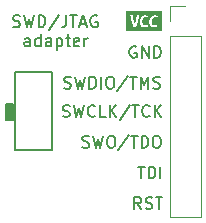
<source format=gbr>
%TF.GenerationSoftware,KiCad,Pcbnew,6.0.7-f9a2dced07~116~ubuntu22.04.1*%
%TF.CreationDate,2022-08-24T23:03:50+02:00*%
%TF.ProjectId,cortex_debug_adapter,636f7274-6578-45f6-9465-6275675f6164,rev?*%
%TF.SameCoordinates,Original*%
%TF.FileFunction,Legend,Top*%
%TF.FilePolarity,Positive*%
%FSLAX46Y46*%
G04 Gerber Fmt 4.6, Leading zero omitted, Abs format (unit mm)*
G04 Created by KiCad (PCBNEW 6.0.7-f9a2dced07~116~ubuntu22.04.1) date 2022-08-24 23:03:50*
%MOMM*%
%LPD*%
G01*
G04 APERTURE LIST*
%ADD10C,0.150000*%
%ADD11C,0.153000*%
%ADD12C,0.120000*%
%ADD13R,1.700000X1.700000*%
%ADD14O,1.700000X1.700000*%
%ADD15R,1.000000X1.000000*%
%ADD16O,1.000000X1.000000*%
G04 APERTURE END LIST*
D10*
X146350000Y-97287500D02*
X149525000Y-97287500D01*
X149525000Y-97287500D02*
X149525000Y-103812500D01*
X149525000Y-103812500D02*
X146350000Y-103812500D01*
X146350000Y-103812500D02*
X146350000Y-97287500D01*
X145600000Y-101300000D02*
X146225000Y-101300000D01*
X146225000Y-101300000D02*
X146225000Y-99925000D01*
X146225000Y-99925000D02*
X145600000Y-99925000D01*
X145600000Y-99925000D02*
X145600000Y-101300000D01*
G36*
X145600000Y-101300000D02*
G01*
X146225000Y-101300000D01*
X146225000Y-99925000D01*
X145600000Y-99925000D01*
X145600000Y-101300000D01*
G37*
D11*
X157052380Y-108852380D02*
X156719047Y-108376190D01*
X156480952Y-108852380D02*
X156480952Y-107852380D01*
X156861904Y-107852380D01*
X156957142Y-107900000D01*
X157004761Y-107947619D01*
X157052380Y-108042857D01*
X157052380Y-108185714D01*
X157004761Y-108280952D01*
X156957142Y-108328571D01*
X156861904Y-108376190D01*
X156480952Y-108376190D01*
X157433333Y-108804761D02*
X157576190Y-108852380D01*
X157814285Y-108852380D01*
X157909523Y-108804761D01*
X157957142Y-108757142D01*
X158004761Y-108661904D01*
X158004761Y-108566666D01*
X157957142Y-108471428D01*
X157909523Y-108423809D01*
X157814285Y-108376190D01*
X157623809Y-108328571D01*
X157528571Y-108280952D01*
X157480952Y-108233333D01*
X157433333Y-108138095D01*
X157433333Y-108042857D01*
X157480952Y-107947619D01*
X157528571Y-107900000D01*
X157623809Y-107852380D01*
X157861904Y-107852380D01*
X158004761Y-107900000D01*
X158290476Y-107852380D02*
X158861904Y-107852380D01*
X158576190Y-108852380D02*
X158576190Y-107852380D01*
X150433333Y-101004761D02*
X150576190Y-101052380D01*
X150814285Y-101052380D01*
X150909523Y-101004761D01*
X150957142Y-100957142D01*
X151004761Y-100861904D01*
X151004761Y-100766666D01*
X150957142Y-100671428D01*
X150909523Y-100623809D01*
X150814285Y-100576190D01*
X150623809Y-100528571D01*
X150528571Y-100480952D01*
X150480952Y-100433333D01*
X150433333Y-100338095D01*
X150433333Y-100242857D01*
X150480952Y-100147619D01*
X150528571Y-100100000D01*
X150623809Y-100052380D01*
X150861904Y-100052380D01*
X151004761Y-100100000D01*
X151338095Y-100052380D02*
X151576190Y-101052380D01*
X151766666Y-100338095D01*
X151957142Y-101052380D01*
X152195238Y-100052380D01*
X153147619Y-100957142D02*
X153100000Y-101004761D01*
X152957142Y-101052380D01*
X152861904Y-101052380D01*
X152719047Y-101004761D01*
X152623809Y-100909523D01*
X152576190Y-100814285D01*
X152528571Y-100623809D01*
X152528571Y-100480952D01*
X152576190Y-100290476D01*
X152623809Y-100195238D01*
X152719047Y-100100000D01*
X152861904Y-100052380D01*
X152957142Y-100052380D01*
X153100000Y-100100000D01*
X153147619Y-100147619D01*
X154052380Y-101052380D02*
X153576190Y-101052380D01*
X153576190Y-100052380D01*
X154385714Y-101052380D02*
X154385714Y-100052380D01*
X154957142Y-101052380D02*
X154528571Y-100480952D01*
X154957142Y-100052380D02*
X154385714Y-100623809D01*
X156100000Y-100004761D02*
X155242857Y-101290476D01*
X156290476Y-100052380D02*
X156861904Y-100052380D01*
X156576190Y-101052380D02*
X156576190Y-100052380D01*
X157766666Y-100957142D02*
X157719047Y-101004761D01*
X157576190Y-101052380D01*
X157480952Y-101052380D01*
X157338095Y-101004761D01*
X157242857Y-100909523D01*
X157195238Y-100814285D01*
X157147619Y-100623809D01*
X157147619Y-100480952D01*
X157195238Y-100290476D01*
X157242857Y-100195238D01*
X157338095Y-100100000D01*
X157480952Y-100052380D01*
X157576190Y-100052380D01*
X157719047Y-100100000D01*
X157766666Y-100147619D01*
X158195238Y-101052380D02*
X158195238Y-100052380D01*
X158766666Y-101052380D02*
X158338095Y-100480952D01*
X158766666Y-100052380D02*
X158195238Y-100623809D01*
X150528571Y-98604761D02*
X150671428Y-98652380D01*
X150909523Y-98652380D01*
X151004761Y-98604761D01*
X151052380Y-98557142D01*
X151100000Y-98461904D01*
X151100000Y-98366666D01*
X151052380Y-98271428D01*
X151004761Y-98223809D01*
X150909523Y-98176190D01*
X150719047Y-98128571D01*
X150623809Y-98080952D01*
X150576190Y-98033333D01*
X150528571Y-97938095D01*
X150528571Y-97842857D01*
X150576190Y-97747619D01*
X150623809Y-97700000D01*
X150719047Y-97652380D01*
X150957142Y-97652380D01*
X151100000Y-97700000D01*
X151433333Y-97652380D02*
X151671428Y-98652380D01*
X151861904Y-97938095D01*
X152052380Y-98652380D01*
X152290476Y-97652380D01*
X152671428Y-98652380D02*
X152671428Y-97652380D01*
X152909523Y-97652380D01*
X153052380Y-97700000D01*
X153147619Y-97795238D01*
X153195238Y-97890476D01*
X153242857Y-98080952D01*
X153242857Y-98223809D01*
X153195238Y-98414285D01*
X153147619Y-98509523D01*
X153052380Y-98604761D01*
X152909523Y-98652380D01*
X152671428Y-98652380D01*
X153671428Y-98652380D02*
X153671428Y-97652380D01*
X154338095Y-97652380D02*
X154528571Y-97652380D01*
X154623809Y-97700000D01*
X154719047Y-97795238D01*
X154766666Y-97985714D01*
X154766666Y-98319047D01*
X154719047Y-98509523D01*
X154623809Y-98604761D01*
X154528571Y-98652380D01*
X154338095Y-98652380D01*
X154242857Y-98604761D01*
X154147619Y-98509523D01*
X154100000Y-98319047D01*
X154100000Y-97985714D01*
X154147619Y-97795238D01*
X154242857Y-97700000D01*
X154338095Y-97652380D01*
X155909523Y-97604761D02*
X155052380Y-98890476D01*
X156100000Y-97652380D02*
X156671428Y-97652380D01*
X156385714Y-98652380D02*
X156385714Y-97652380D01*
X157004761Y-98652380D02*
X157004761Y-97652380D01*
X157338095Y-98366666D01*
X157671428Y-97652380D01*
X157671428Y-98652380D01*
X158100000Y-98604761D02*
X158242857Y-98652380D01*
X158480952Y-98652380D01*
X158576190Y-98604761D01*
X158623809Y-98557142D01*
X158671428Y-98461904D01*
X158671428Y-98366666D01*
X158623809Y-98271428D01*
X158576190Y-98223809D01*
X158480952Y-98176190D01*
X158290476Y-98128571D01*
X158195238Y-98080952D01*
X158147619Y-98033333D01*
X158100000Y-97938095D01*
X158100000Y-97842857D01*
X158147619Y-97747619D01*
X158195238Y-97700000D01*
X158290476Y-97652380D01*
X158528571Y-97652380D01*
X158671428Y-97700000D01*
D10*
X146228571Y-93399761D02*
X146371428Y-93447380D01*
X146609523Y-93447380D01*
X146704761Y-93399761D01*
X146752380Y-93352142D01*
X146800000Y-93256904D01*
X146800000Y-93161666D01*
X146752380Y-93066428D01*
X146704761Y-93018809D01*
X146609523Y-92971190D01*
X146419047Y-92923571D01*
X146323809Y-92875952D01*
X146276190Y-92828333D01*
X146228571Y-92733095D01*
X146228571Y-92637857D01*
X146276190Y-92542619D01*
X146323809Y-92495000D01*
X146419047Y-92447380D01*
X146657142Y-92447380D01*
X146800000Y-92495000D01*
X147133333Y-92447380D02*
X147371428Y-93447380D01*
X147561904Y-92733095D01*
X147752380Y-93447380D01*
X147990476Y-92447380D01*
X148371428Y-93447380D02*
X148371428Y-92447380D01*
X148609523Y-92447380D01*
X148752380Y-92495000D01*
X148847619Y-92590238D01*
X148895238Y-92685476D01*
X148942857Y-92875952D01*
X148942857Y-93018809D01*
X148895238Y-93209285D01*
X148847619Y-93304523D01*
X148752380Y-93399761D01*
X148609523Y-93447380D01*
X148371428Y-93447380D01*
X150085714Y-92399761D02*
X149228571Y-93685476D01*
X150704761Y-92447380D02*
X150704761Y-93161666D01*
X150657142Y-93304523D01*
X150561904Y-93399761D01*
X150419047Y-93447380D01*
X150323809Y-93447380D01*
X151038095Y-92447380D02*
X151609523Y-92447380D01*
X151323809Y-93447380D02*
X151323809Y-92447380D01*
X151895238Y-93161666D02*
X152371428Y-93161666D01*
X151800000Y-93447380D02*
X152133333Y-92447380D01*
X152466666Y-93447380D01*
X153323809Y-92495000D02*
X153228571Y-92447380D01*
X153085714Y-92447380D01*
X152942857Y-92495000D01*
X152847619Y-92590238D01*
X152800000Y-92685476D01*
X152752380Y-92875952D01*
X152752380Y-93018809D01*
X152800000Y-93209285D01*
X152847619Y-93304523D01*
X152942857Y-93399761D01*
X153085714Y-93447380D01*
X153180952Y-93447380D01*
X153323809Y-93399761D01*
X153371428Y-93352142D01*
X153371428Y-93018809D01*
X153180952Y-93018809D01*
X147633333Y-95057380D02*
X147633333Y-94533571D01*
X147585714Y-94438333D01*
X147490476Y-94390714D01*
X147300000Y-94390714D01*
X147204761Y-94438333D01*
X147633333Y-95009761D02*
X147538095Y-95057380D01*
X147300000Y-95057380D01*
X147204761Y-95009761D01*
X147157142Y-94914523D01*
X147157142Y-94819285D01*
X147204761Y-94724047D01*
X147300000Y-94676428D01*
X147538095Y-94676428D01*
X147633333Y-94628809D01*
X148538095Y-95057380D02*
X148538095Y-94057380D01*
X148538095Y-95009761D02*
X148442857Y-95057380D01*
X148252380Y-95057380D01*
X148157142Y-95009761D01*
X148109523Y-94962142D01*
X148061904Y-94866904D01*
X148061904Y-94581190D01*
X148109523Y-94485952D01*
X148157142Y-94438333D01*
X148252380Y-94390714D01*
X148442857Y-94390714D01*
X148538095Y-94438333D01*
X149442857Y-95057380D02*
X149442857Y-94533571D01*
X149395238Y-94438333D01*
X149300000Y-94390714D01*
X149109523Y-94390714D01*
X149014285Y-94438333D01*
X149442857Y-95009761D02*
X149347619Y-95057380D01*
X149109523Y-95057380D01*
X149014285Y-95009761D01*
X148966666Y-94914523D01*
X148966666Y-94819285D01*
X149014285Y-94724047D01*
X149109523Y-94676428D01*
X149347619Y-94676428D01*
X149442857Y-94628809D01*
X149919047Y-94390714D02*
X149919047Y-95390714D01*
X149919047Y-94438333D02*
X150014285Y-94390714D01*
X150204761Y-94390714D01*
X150300000Y-94438333D01*
X150347619Y-94485952D01*
X150395238Y-94581190D01*
X150395238Y-94866904D01*
X150347619Y-94962142D01*
X150300000Y-95009761D01*
X150204761Y-95057380D01*
X150014285Y-95057380D01*
X149919047Y-95009761D01*
X150680952Y-94390714D02*
X151061904Y-94390714D01*
X150823809Y-94057380D02*
X150823809Y-94914523D01*
X150871428Y-95009761D01*
X150966666Y-95057380D01*
X151061904Y-95057380D01*
X151776190Y-95009761D02*
X151680952Y-95057380D01*
X151490476Y-95057380D01*
X151395238Y-95009761D01*
X151347619Y-94914523D01*
X151347619Y-94533571D01*
X151395238Y-94438333D01*
X151490476Y-94390714D01*
X151680952Y-94390714D01*
X151776190Y-94438333D01*
X151823809Y-94533571D01*
X151823809Y-94628809D01*
X151347619Y-94724047D01*
X152252380Y-95057380D02*
X152252380Y-94390714D01*
X152252380Y-94581190D02*
X152300000Y-94485952D01*
X152347619Y-94438333D01*
X152442857Y-94390714D01*
X152538095Y-94390714D01*
D11*
X156776190Y-105252380D02*
X157347619Y-105252380D01*
X157061904Y-106252380D02*
X157061904Y-105252380D01*
X157680952Y-106252380D02*
X157680952Y-105252380D01*
X157919047Y-105252380D01*
X158061904Y-105300000D01*
X158157142Y-105395238D01*
X158204761Y-105490476D01*
X158252380Y-105680952D01*
X158252380Y-105823809D01*
X158204761Y-106014285D01*
X158157142Y-106109523D01*
X158061904Y-106204761D01*
X157919047Y-106252380D01*
X157680952Y-106252380D01*
X158680952Y-106252380D02*
X158680952Y-105252380D01*
X156638095Y-95100000D02*
X156542857Y-95052380D01*
X156400000Y-95052380D01*
X156257142Y-95100000D01*
X156161904Y-95195238D01*
X156114285Y-95290476D01*
X156066666Y-95480952D01*
X156066666Y-95623809D01*
X156114285Y-95814285D01*
X156161904Y-95909523D01*
X156257142Y-96004761D01*
X156400000Y-96052380D01*
X156495238Y-96052380D01*
X156638095Y-96004761D01*
X156685714Y-95957142D01*
X156685714Y-95623809D01*
X156495238Y-95623809D01*
X157114285Y-96052380D02*
X157114285Y-95052380D01*
X157685714Y-96052380D01*
X157685714Y-95052380D01*
X158161904Y-96052380D02*
X158161904Y-95052380D01*
X158400000Y-95052380D01*
X158542857Y-95100000D01*
X158638095Y-95195238D01*
X158685714Y-95290476D01*
X158733333Y-95480952D01*
X158733333Y-95623809D01*
X158685714Y-95814285D01*
X158638095Y-95909523D01*
X158542857Y-96004761D01*
X158400000Y-96052380D01*
X158161904Y-96052380D01*
X152090476Y-103604761D02*
X152233333Y-103652380D01*
X152471428Y-103652380D01*
X152566666Y-103604761D01*
X152614285Y-103557142D01*
X152661904Y-103461904D01*
X152661904Y-103366666D01*
X152614285Y-103271428D01*
X152566666Y-103223809D01*
X152471428Y-103176190D01*
X152280952Y-103128571D01*
X152185714Y-103080952D01*
X152138095Y-103033333D01*
X152090476Y-102938095D01*
X152090476Y-102842857D01*
X152138095Y-102747619D01*
X152185714Y-102700000D01*
X152280952Y-102652380D01*
X152519047Y-102652380D01*
X152661904Y-102700000D01*
X152995238Y-102652380D02*
X153233333Y-103652380D01*
X153423809Y-102938095D01*
X153614285Y-103652380D01*
X153852380Y-102652380D01*
X154423809Y-102652380D02*
X154614285Y-102652380D01*
X154709523Y-102700000D01*
X154804761Y-102795238D01*
X154852380Y-102985714D01*
X154852380Y-103319047D01*
X154804761Y-103509523D01*
X154709523Y-103604761D01*
X154614285Y-103652380D01*
X154423809Y-103652380D01*
X154328571Y-103604761D01*
X154233333Y-103509523D01*
X154185714Y-103319047D01*
X154185714Y-102985714D01*
X154233333Y-102795238D01*
X154328571Y-102700000D01*
X154423809Y-102652380D01*
X155995238Y-102604761D02*
X155138095Y-103890476D01*
X156185714Y-102652380D02*
X156757142Y-102652380D01*
X156471428Y-103652380D02*
X156471428Y-102652380D01*
X157090476Y-103652380D02*
X157090476Y-102652380D01*
X157328571Y-102652380D01*
X157471428Y-102700000D01*
X157566666Y-102795238D01*
X157614285Y-102890476D01*
X157661904Y-103080952D01*
X157661904Y-103223809D01*
X157614285Y-103414285D01*
X157566666Y-103509523D01*
X157471428Y-103604761D01*
X157328571Y-103652380D01*
X157090476Y-103652380D01*
X158280952Y-102652380D02*
X158471428Y-102652380D01*
X158566666Y-102700000D01*
X158661904Y-102795238D01*
X158709523Y-102985714D01*
X158709523Y-103319047D01*
X158661904Y-103509523D01*
X158566666Y-103604761D01*
X158471428Y-103652380D01*
X158280952Y-103652380D01*
X158185714Y-103604761D01*
X158090476Y-103509523D01*
X158042857Y-103319047D01*
X158042857Y-102985714D01*
X158090476Y-102795238D01*
X158185714Y-102700000D01*
X158280952Y-102652380D01*
%TO.C,kibuzzard-630691B0*%
G36*
X155813571Y-92106508D02*
G01*
X158786429Y-92106508D01*
X158786429Y-93793492D01*
X155813571Y-93793492D01*
X155813571Y-92459462D01*
X156144300Y-92459462D01*
X156162556Y-92548362D01*
X156188750Y-92659487D01*
X156209740Y-92742655D01*
X156232494Y-92829174D01*
X156257012Y-92919044D01*
X156282942Y-93010678D01*
X156309929Y-93102488D01*
X156337975Y-93194475D01*
X156379647Y-93325444D01*
X156418937Y-93442125D01*
X156620550Y-93442125D01*
X156650889Y-93357547D01*
X156680522Y-93271028D01*
X156709450Y-93182569D01*
X156737231Y-93093669D01*
X156763425Y-93005827D01*
X156779254Y-92950000D01*
X156960275Y-92950000D01*
X156967121Y-93065987D01*
X156987659Y-93167884D01*
X157021890Y-93255693D01*
X157069812Y-93329412D01*
X157153774Y-93403496D01*
X157259607Y-93447946D01*
X157387312Y-93462762D01*
X157474030Y-93457405D01*
X157550031Y-93441331D01*
X157661950Y-93394500D01*
X157612737Y-93240512D01*
X157532569Y-93275437D01*
X157406362Y-93292900D01*
X157293055Y-93270477D01*
X157216656Y-93203206D01*
X157184465Y-93134679D01*
X157165151Y-93048690D01*
X157159008Y-92950000D01*
X157754025Y-92950000D01*
X157760871Y-93065987D01*
X157781409Y-93167884D01*
X157815640Y-93255693D01*
X157863563Y-93329412D01*
X157947524Y-93403496D01*
X158053357Y-93447946D01*
X158181062Y-93462762D01*
X158267780Y-93457405D01*
X158343781Y-93441331D01*
X158455700Y-93394500D01*
X158406487Y-93240512D01*
X158326319Y-93275437D01*
X158200112Y-93292900D01*
X158086805Y-93270477D01*
X158010406Y-93203206D01*
X157978215Y-93134679D01*
X157958901Y-93048690D01*
X157952462Y-92945237D01*
X157957820Y-92856337D01*
X157973894Y-92783312D01*
X158029456Y-92679331D01*
X158107244Y-92623769D01*
X158196938Y-92607100D01*
X158315206Y-92623769D01*
X158403312Y-92664250D01*
X158454112Y-92508675D01*
X158421569Y-92489625D01*
X158368387Y-92465812D01*
X158294569Y-92445969D01*
X158200112Y-92437237D01*
X158107045Y-92445770D01*
X158021519Y-92471369D01*
X157945319Y-92513437D01*
X157880231Y-92571381D01*
X157827248Y-92644605D01*
X157787362Y-92732512D01*
X157762359Y-92834509D01*
X157754025Y-92950000D01*
X157159008Y-92950000D01*
X157158712Y-92945237D01*
X157164070Y-92856337D01*
X157180144Y-92783312D01*
X157235706Y-92679331D01*
X157313494Y-92623769D01*
X157403187Y-92607100D01*
X157521456Y-92623769D01*
X157609562Y-92664250D01*
X157660362Y-92508675D01*
X157627819Y-92489625D01*
X157574637Y-92465812D01*
X157500819Y-92445969D01*
X157406362Y-92437237D01*
X157313295Y-92445770D01*
X157227769Y-92471369D01*
X157151569Y-92513437D01*
X157086481Y-92571381D01*
X157033498Y-92644605D01*
X156993612Y-92732512D01*
X156968609Y-92834509D01*
X156960275Y-92950000D01*
X156779254Y-92950000D01*
X156788031Y-92919044D01*
X156821766Y-92792639D01*
X156851531Y-92672187D01*
X156877130Y-92560269D01*
X156898362Y-92459462D01*
X156693575Y-92459462D01*
X156679287Y-92542012D01*
X156661825Y-92637262D01*
X156641981Y-92740252D01*
X156620550Y-92846019D01*
X156597531Y-92952381D01*
X156572925Y-93057156D01*
X156547525Y-93155383D01*
X156522125Y-93242100D01*
X156496527Y-93154192D01*
X156470531Y-93055569D01*
X156445131Y-92950794D01*
X156421319Y-92844431D01*
X156399292Y-92738862D01*
X156379250Y-92636469D01*
X156362581Y-92541814D01*
X156350675Y-92459462D01*
X156144300Y-92459462D01*
X155813571Y-92459462D01*
X155813571Y-92106508D01*
G37*
D12*
%TO.C,J2*%
X159470000Y-94222500D02*
X162130000Y-94222500D01*
X159470000Y-91622500D02*
X160800000Y-91622500D01*
X159470000Y-92952500D02*
X159470000Y-91622500D01*
X159470000Y-109522500D02*
X162130000Y-109522500D01*
X159470000Y-94222500D02*
X159470000Y-109522500D01*
X162130000Y-94222500D02*
X162130000Y-109522500D01*
%TD*%
%LPC*%
D13*
%TO.C,J2*%
X160800000Y-92952500D03*
D14*
X160800000Y-95492500D03*
X160800000Y-98032500D03*
X160800000Y-100572500D03*
X160800000Y-103112500D03*
X160800000Y-105652500D03*
X160800000Y-108192500D03*
%TD*%
D15*
%TO.C,J1*%
X147300000Y-98037500D03*
D16*
X148570000Y-98037500D03*
X147300000Y-99307500D03*
X148570000Y-99307500D03*
X147300000Y-100577500D03*
X148570000Y-100577500D03*
X147300000Y-101847500D03*
X148570000Y-101847500D03*
X147300000Y-103117500D03*
X148570000Y-103117500D03*
%TD*%
M02*

</source>
